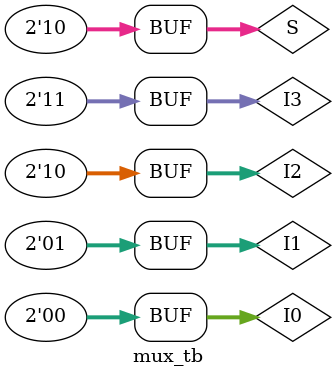
<source format=v>
module mux_4X1(input [1:0]I0,input [1:0]I1,input [1:0]I2,input [1:0]I3,
               input [1:0]S,
               output reg [1:0]Y);
  always @(*) begin
    if(S == 2'b0)
      Y = I0;
    else if( S == 2'b01)
    Y = I1;
  else if (S == 2'b10)
    Y = I2;
  else 
    Y = I3;
  end 
endmodule 

// for test bench
// Code your testbench here
// or browse Examples
module mux_tb();
  reg [1:0]I0;
  reg[1:0]I1;
  reg[1:0]I2; reg [1:0]I3; reg [1:0]S;
  wire [1:0]Y;
  
  mux_4X1 uut(
    .I0(I0), 
    .I1(I1),
    .I2(I2),
    .I3(I3),
    .S(S),
    .Y(Y)
  );
  
  initial begin 
    $monitor("Time = %0t | I0 = %b, I1 = %b, I2 = %b, I3 = %b, S = %b=> Y = %b",$time, I0, I1, I2, I3, S, Y);
  end 
  
  initial begin
    $dumpfile("dump.vcd");
    $dumpvars(0, mux_tb);
  end 
  initial begin
    I0 = 2'b00; I1 =2'b01;  I2 =2'b10 ; I3 =2'b11 ; S = 2'b00; #10;
    I0 = 2'b00; I1 = 2'b01; I2 =2'b10 ; I3 =2'b11 ; S = 2'b01; #10;
    I0 = 2'b00; I1 = 2'b01; I2 =2'b10 ; I3 =2'b11 ; S = 2'b11; #10;
    I0 = 2'b00; I1 = 2'b01; I2 =2'b10 ; I3 =2'b11 ; S = 2'b10; #10;
    
  end
endmodule 
             

</source>
